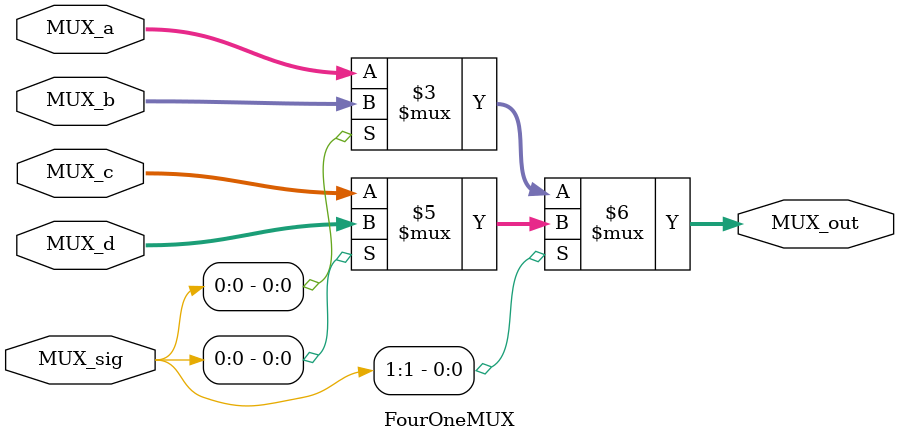
<source format=v>
module MUX (
	input [31:0] MUX_a, 
	input [31:0] MUX_b,
	input MUX_sig,	
	output [31:0] MUX_out
	);
	assign MUX_out = (MUX_sig == 1'b0) ? MUX_a : MUX_b;

endmodule

module FourOneMUX (
	input [31:0] MUX_a, 
	input [31:0] MUX_b,
	input [31:0] MUX_c,
	input [31:0] MUX_d,
	input [1:0] MUX_sig,	
	output [31:0] MUX_out
	);

	assign MUX_out = (MUX_sig[1] == 1'b0) ? ((MUX_sig[0] == 1'b0) ? MUX_a : MUX_b) : ((MUX_sig[0] == 1'b0) ? MUX_c : MUX_d);

endmodule

</source>
